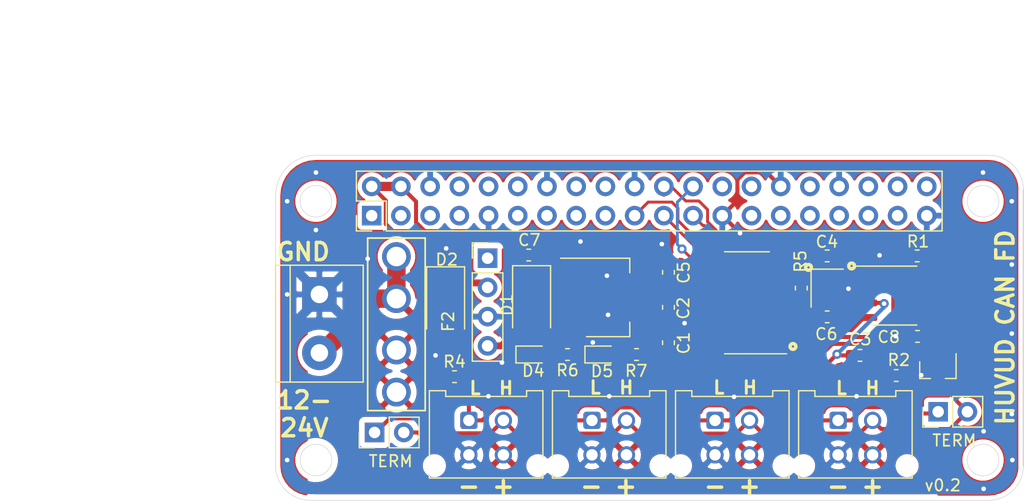
<source format=kicad_pcb>
(kicad_pcb (version 20171130) (host pcbnew "(5.1.5)-3")
  (layers (0 F.Cu signal) (31 B.Cu signal) (34 B.Paste user) (35 F.Paste user) (36 B.SilkS user) (37 F.SilkS user) (38 B.Mask user) (39 F.Mask user) (44 Edge.Cuts user))
  (net 0 "")
  (net 1 GND)
  (net 2 +3V3)
  (net 3 GPIO25)
  (net 4 CANL)
  (net 5 CANH)
  (net 6 MOSI)
  (net 7 MISO)
  (net 8 SCK)
  (net 9 VDC)
  (net 10 5VPI)
  (net 11 "Net-(D1-Pad2)")
  (net 12 nCS)
  (net 13 "Net-(R1-Pad2)")
  (net 14 "Net-(D4-Pad2)")
  (net 15 "Net-(D5-Pad2)")
  (net 16 VOUT)
  (net 17 "Net-(J7-Pad1)")
  (net 18 "Net-(J8-Pad1)")
  (net 19 /TX)
  (net 20 /RX)
  (net 21 "Net-(D2-Pad2)")
  (net 22 "Net-(C6-Pad2)")
  (net 23 "Net-(C4-Pad2)")
  (module Package_SO:SOIC-8_3.9x4.9mm_P1.27mm (layer F.Cu) (at 153.8 112.2)
    (fp_text reference U4 hide)
    (fp_text value MCP2562-E-SN)
    (pad 8 smd roundrect (at 2.475 -1.905) (size 1.95 0.6) (layers F.Cu F.Paste F.Mask) (net 13 "Net-(R1-Pad2)"))
    (pad 7 smd roundrect (at 2.475 -0.635) (size 1.95 0.6) (layers F.Cu F.Paste F.Mask) (net 5 CANH))
    (pad 6 smd roundrect (at 2.475 0.635) (size 1.95 0.6) (layers F.Cu F.Paste F.Mask) (net 4 CANL))
    (pad 5 smd roundrect (at 2.475 1.905) (size 1.95 0.6) (layers F.Cu F.Paste F.Mask) (net 2 +3V3))
    (pad 4 smd roundrect (at -2.475 1.905) (size 1.95 0.6) (layers F.Cu F.Paste F.Mask) (net 20 /RX))
    (pad 3 smd roundrect (at -2.475 0.635) (size 1.95 0.6) (layers F.Cu F.Paste F.Mask) (net 10 5VPI))
    (pad 2 smd roundrect (at -2.475 -0.635) (size 1.95 0.6) (layers F.Cu F.Paste F.Mask) (net 1 GND))
    (pad 1 smd roundrect (at -2.475 -1.905) (size 1.95 0.6) (layers F.Cu F.Paste F.Mask) (net 19 /TX))
  )
  (module Package_SO:SOIC-14_3.9x8.7mm_P1.27mm (layer F.Cu) (at 140.975 112.825 180)
    (fp_text reference U1 hide)
    (fp_text value MCP2517FD-xSL)
    (pad 14 smd roundrect (at 2.475 -3.81 180) (size 1.95 0.6) (layers F.Cu F.Paste F.Mask) (net 2 +3V3))
    (pad 13 smd roundrect (at 2.475 -2.54 180) (size 1.95 0.6) (layers F.Cu F.Paste F.Mask) (net 12 nCS))
    (pad 12 smd roundrect (at 2.475 -1.27 180) (size 1.95 0.6) (layers F.Cu F.Paste F.Mask) (net 7 MISO))
    (pad 11 smd roundrect (at 2.475 0 180) (size 1.95 0.6) (layers F.Cu F.Paste F.Mask) (net 6 MOSI))
    (pad 10 smd roundrect (at 2.475 1.27 180) (size 1.95 0.6) (layers F.Cu F.Paste F.Mask) (net 8 SCK))
    (pad 9 smd roundrect (at 2.475 2.54 180) (size 1.95 0.6) (layers F.Cu F.Paste F.Mask))
    (pad 8 smd roundrect (at 2.475 3.81 180) (size 1.95 0.6) (layers F.Cu F.Paste F.Mask))
    (pad 7 smd roundrect (at -2.475 3.81 180) (size 1.95 0.6) (layers F.Cu F.Paste F.Mask) (net 1 GND))
    (pad 6 smd roundrect (at -2.475 2.54 180) (size 1.95 0.6) (layers F.Cu F.Paste F.Mask) (net 23 "Net-(C4-Pad2)"))
    (pad 5 smd roundrect (at -2.475 1.27 180) (size 1.95 0.6) (layers F.Cu F.Paste F.Mask) (net 22 "Net-(C6-Pad2)"))
    (pad 4 smd roundrect (at -2.475 0 180) (size 1.95 0.6) (layers F.Cu F.Paste F.Mask) (net 3 GPIO25))
    (pad 3 smd roundrect (at -2.475 -1.27 180) (size 1.95 0.6) (layers F.Cu F.Paste F.Mask))
    (pad 2 smd roundrect (at -2.475 -2.54 180) (size 1.95 0.6) (layers F.Cu F.Paste F.Mask) (net 20 /RX))
    (pad 1 smd roundrect (at -2.475 -3.81 180) (size 1.95 0.6) (layers F.Cu F.Paste F.Mask) (net 19 /TX))
  )
  (module Capacitor_SMD:C_0603_1608Metric (layer F.Cu) (at 155.8 115.75)
    (fp_text reference C8 (at -2.5 0.05) (layer F.SilkS))
    (fp_text value 100nF)
    (pad 2 smd roundrect (at 0.7875 0) (size 0.875 0.95) (layers F.Cu F.Paste F.Mask) (net 2 +3V3))
    (pad 1 smd roundrect (at -0.7875 0) (size 0.875 0.95) (layers F.Cu F.Paste F.Mask) (net 1 GND))
  )
  (module Capacitor_SMD:C_0603_1608Metric (layer F.Cu) (at 147.95 108.75 180)
    (fp_text reference C4 (at 0.025 1.225) (layer F.SilkS))
    (fp_text value 15pF)
    (pad 2 smd roundrect (at 0.7875 0 180) (size 0.875 0.95) (layers F.Cu F.Paste F.Mask) (net 23 "Net-(C4-Pad2)"))
    (pad 1 smd roundrect (at -0.7875 0 180) (size 0.875 0.95) (layers F.Cu F.Paste F.Mask) (net 1 GND))
  )
  (module Resistor_SMD:R_0603_1608Metric (layer F.Cu) (at 145.7 111.55 270)
    (fp_text reference R5 (at -2.325 0.075 90) (layer F.SilkS))
    (fp_text value 1M)
    (pad 2 smd roundrect (at 0.7875 0 270) (size 0.875 0.95) (layers F.Cu F.Paste F.Mask) (net 22 "Net-(C6-Pad2)"))
    (pad 1 smd roundrect (at -0.7875 0 270) (size 0.875 0.95) (layers F.Cu F.Paste F.Mask) (net 23 "Net-(C4-Pad2)"))
  )
  (module Crystal:Crystal_SMD_2520-4Pin_2.5x2.0mm (layer F.Cu) (at 147.95 111.55 270)
    (fp_text reference Y1 hide)
    (fp_text value Crystal_GND24)
    (pad 4 smd rect (at -0.875 -0.7 270) (size 1.15 1) (layers F.Cu F.Paste F.Mask) (net 23 "Net-(C4-Pad2)"))
    (pad 3 smd rect (at 0.875 -0.7 270) (size 1.15 1) (layers F.Cu F.Paste F.Mask) (net 1 GND))
    (pad 2 smd rect (at 0.875 0.7 270) (size 1.15 1) (layers F.Cu F.Paste F.Mask) (net 22 "Net-(C6-Pad2)"))
    (pad 1 smd rect (at -0.875 0.7 270) (size 1.15 1) (layers F.Cu F.Paste F.Mask) (net 1 GND))
  )
  (module Resistor_SMD:R_0603_1608Metric (layer F.Cu) (at 155.775 108.75)
    (fp_text reference R1 (at 0.075 -1.25) (layer F.SilkS))
    (fp_text value 470R)
    (pad 2 smd roundrect (at 0.7875 0) (size 0.875 0.95) (layers F.Cu F.Paste F.Mask) (net 13 "Net-(R1-Pad2)"))
    (pad 1 smd roundrect (at -0.7875 0) (size 0.875 0.95) (layers F.Cu F.Paste F.Mask) (net 1 GND))
  )
  (module Capacitor_SMD:C_0603_1608Metric (layer F.Cu) (at 147.95 114.05 180)
    (fp_text reference C6 (at 0.075 -1.5) (layer F.SilkS))
    (fp_text value 15pF)
    (pad 2 smd roundrect (at 0.7875 0 180) (size 0.875 0.95) (layers F.Cu F.Paste F.Mask) (net 22 "Net-(C6-Pad2)"))
    (pad 1 smd roundrect (at -0.7875 0 180) (size 0.875 0.95) (layers F.Cu F.Paste F.Mask) (net 1 GND))
  )
  (module CanHatFd:3544-2_FuseHolder (layer F.Cu) (at 110.5 114.7 270)
    (fp_text reference F2 (at -0.25 -4.5 90) (layer F.SilkS))
    (fp_text value Fuse)
    (pad 2 thru_hole circle (at 5.895 0 270) (size 2.5 2.5) (drill 1.7) (layers *.Cu *.Mask) (net 16 VOUT))
    (pad 2 thru_hole circle (at 2.235 0 270) (size 2.5 2.5) (drill 1.7) (layers *.Cu *.Mask) (net 16 VOUT))
    (pad 1 thru_hole circle (at -2.235 0 270) (size 2.5 2.5) (drill 1.7) (layers *.Cu *.Mask) (net 21 "Net-(D2-Pad2)"))
    (pad 1 thru_hole circle (at -5.895 0 270) (size 2.5 2.5) (drill 1.7) (layers *.Cu *.Mask) (net 21 "Net-(D2-Pad2)"))
  )
  (module Connector_PinHeader_2.54mm:PinHeader_1x02_P2.54mm_Vertical (layer F.Cu) (at 108.6 124.1 90)
    (fp_text reference J7 hide)
    (fp_text value Conn_01x02)
    (pad 2 thru_hole oval (at 0 2.54 90) (size 1.7 1.7) (drill 1) (layers *.Cu *.Mask) (net 5 CANH))
    (pad 1 thru_hole rect (at 0 0 90) (size 1.7 1.7) (drill 1) (layers *.Cu *.Mask) (net 17 "Net-(J7-Pad1)"))
  )
  (module Resistor_SMD:R_0603_1608Metric (layer F.Cu) (at 153.95 119.15)
    (fp_text reference R2 (at 0.225 -1.35) (layer F.SilkS))
    (fp_text value 120R)
    (pad 2 smd roundrect (at 0.7875 0) (size 0.875 0.95) (layers F.Cu F.Paste F.Mask) (net 18 "Net-(J8-Pad1)"))
    (pad 1 smd roundrect (at -0.7875 0) (size 0.875 0.95) (layers F.Cu F.Paste F.Mask) (net 4 CANL))
  )
  (module Connector_PinHeader_2.54mm:PinHeader_1x02_P2.54mm_Vertical (layer F.Cu) (at 157.6 122.3 90)
    (fp_text reference J8 hide)
    (fp_text value Conn_01x02 hide)
    (pad 2 thru_hole oval (at 0 2.54 90) (size 1.7 1.7) (drill 1) (layers *.Cu *.Mask) (net 5 CANH))
    (pad 1 thru_hole rect (at 0 0 90) (size 1.7 1.7) (drill 1) (layers *.Cu *.Mask) (net 18 "Net-(J8-Pad1)"))
  )
  (module Connector_Molex:Molex_Micro-Fit_3.0_43045-0412_2x02_P3.00mm_Vertical (layer F.Cu) (at 116.8 123.05)
    (fp_text reference J6 hide)
    (fp_text value Conn_02x02_Top_Bottom)
    (pad 4 thru_hole circle (at 3 3) (size 1.5 1.5) (drill 1) (layers *.Cu *.Mask) (net 16 VOUT))
    (pad 3 thru_hole circle (at 0 3) (size 1.5 1.5) (drill 1) (layers *.Cu *.Mask) (net 1 GND))
    (pad 2 thru_hole circle (at 3 0) (size 1.5 1.5) (drill 1) (layers *.Cu *.Mask) (net 5 CANH))
    (pad 1 thru_hole roundrect (at 0 0) (size 1.5 1.5) (drill 1) (layers *.Cu *.Mask) (roundrect_rratio 0.166667) (net 4 CANL))
    (pad "" np_thru_hole circle (at 6 3.94) (size 1 1) (drill 1) (layers *.Cu *.Mask))
    (pad "" np_thru_hole circle (at -3 3.94) (size 1 1) (drill 1) (layers *.Cu *.Mask))
  )
  (module Connector_Molex:Molex_Micro-Fit_3.0_43045-0412_2x02_P3.00mm_Vertical (layer F.Cu) (at 138.2 123.05)
    (fp_text reference J4 hide)
    (fp_text value Conn_02x02_Top_Bottom)
    (pad 4 thru_hole circle (at 3 3) (size 1.5 1.5) (drill 1) (layers *.Cu *.Mask) (net 16 VOUT))
    (pad 3 thru_hole circle (at 0 3) (size 1.5 1.5) (drill 1) (layers *.Cu *.Mask) (net 1 GND))
    (pad 2 thru_hole circle (at 3 0) (size 1.5 1.5) (drill 1) (layers *.Cu *.Mask) (net 5 CANH))
    (pad 1 thru_hole roundrect (at 0 0) (size 1.5 1.5) (drill 1) (layers *.Cu *.Mask) (roundrect_rratio 0.166667) (net 4 CANL))
    (pad "" np_thru_hole circle (at 6 3.94) (size 1 1) (drill 1) (layers *.Cu *.Mask))
    (pad "" np_thru_hole circle (at -3 3.94) (size 1 1) (drill 1) (layers *.Cu *.Mask))
  )
  (module Connector_Molex:Molex_Micro-Fit_3.0_43045-0412_2x02_P3.00mm_Vertical (layer F.Cu) (at 148.9 123.05)
    (fp_text reference J3 hide)
    (fp_text value Conn_02x02_Top_Bottom)
    (pad 4 thru_hole circle (at 3 3) (size 1.5 1.5) (drill 1) (layers *.Cu *.Mask) (net 16 VOUT))
    (pad 3 thru_hole circle (at 0 3) (size 1.5 1.5) (drill 1) (layers *.Cu *.Mask) (net 1 GND))
    (pad 2 thru_hole circle (at 3 0) (size 1.5 1.5) (drill 1) (layers *.Cu *.Mask) (net 5 CANH))
    (pad 1 thru_hole roundrect (at 0 0) (size 1.5 1.5) (drill 1) (layers *.Cu *.Mask) (roundrect_rratio 0.166667) (net 4 CANL))
    (pad "" np_thru_hole circle (at 6 3.94) (size 1 1) (drill 1) (layers *.Cu *.Mask))
    (pad "" np_thru_hole circle (at -3 3.94) (size 1 1) (drill 1) (layers *.Cu *.Mask))
  )
  (module Connector_Molex:Molex_Micro-Fit_3.0_43045-0412_2x02_P3.00mm_Vertical (layer F.Cu) (at 127.5 123.05)
    (fp_text reference J5 hide)
    (fp_text value Conn_02x02_Top_Bottom)
    (pad 4 thru_hole circle (at 3 3) (size 1.5 1.5) (drill 1) (layers *.Cu *.Mask) (net 16 VOUT))
    (pad 3 thru_hole circle (at 0 3) (size 1.5 1.5) (drill 1) (layers *.Cu *.Mask) (net 1 GND))
    (pad 2 thru_hole circle (at 3 0) (size 1.5 1.5) (drill 1) (layers *.Cu *.Mask) (net 5 CANH))
    (pad 1 thru_hole roundrect (at 0 0) (size 1.5 1.5) (drill 1) (layers *.Cu *.Mask) (roundrect_rratio 0.166667) (net 4 CANL))
    (pad "" np_thru_hole circle (at 6 3.94) (size 1 1) (drill 1) (layers *.Cu *.Mask))
    (pad "" np_thru_hole circle (at -3 3.94) (size 1 1) (drill 1) (layers *.Cu *.Mask))
  )
  (module CanHatFd:DCDRegulator (layer F.Cu) (at 118.425 108.95)
    (fp_text reference J15 hide)
    (fp_text value Conn_01x04 hide)
    (pad 1 thru_hole rect (at 0 0) (size 1.7 1.7) (drill 1) (layers *.Cu *.Mask))
    (pad 2 thru_hole oval (at 0 2.54) (size 1.7 1.7) (drill 1) (layers *.Cu *.Mask) (net 9 VDC))
    (pad 3 thru_hole oval (at 0 5.08) (size 1.7 1.7) (drill 1) (layers *.Cu *.Mask) (net 1 GND))
    (pad 4 thru_hole oval (at 0 7.62) (size 1.7 1.7) (drill 1) (layers *.Cu *.Mask) (net 11 "Net-(D1-Pad2)"))
  )
  (module Capacitor_SMD:C_0603_1608Metric (layer F.Cu) (at 122 108.675)
    (fp_text reference C7 (at 0.05 -1.3) (layer F.SilkS))
    (fp_text value 4.7uF)
    (pad 2 smd roundrect (at 0.7875 0) (size 0.875 0.95) (layers F.Cu F.Paste F.Mask) (net 1 GND))
    (pad 1 smd roundrect (at -0.7875 0) (size 0.875 0.95) (layers F.Cu F.Paste F.Mask) (net 10 5VPI))
  )
  (module Resistor_SMD:R_0603_1608Metric (layer F.Cu) (at 131.375 117.325)
    (fp_text reference R7 (at -0.025 1.425) (layer F.SilkS))
    (fp_text value 1k)
    (pad 2 smd roundrect (at 0.7875 0) (size 0.875 0.95) (layers F.Cu F.Paste F.Mask) (net 2 +3V3))
    (pad 1 smd roundrect (at -0.7875 0) (size 0.875 0.95) (layers F.Cu F.Paste F.Mask) (net 15 "Net-(D5-Pad2)"))
  )
  (module Resistor_SMD:R_0603_1608Metric (layer F.Cu) (at 125.375 117.325)
    (fp_text reference R6 (at 0 1.375) (layer F.SilkS))
    (fp_text value 2.2k)
    (pad 2 smd roundrect (at 0.7875 0) (size 0.875 0.95) (layers F.Cu F.Paste F.Mask) (net 10 5VPI))
    (pad 1 smd roundrect (at -0.7875 0) (size 0.875 0.95) (layers F.Cu F.Paste F.Mask) (net 14 "Net-(D4-Pad2)"))
  )
  (module LED_SMD:LED_0603_1608Metric (layer F.Cu) (at 128.375 117.325)
    (fp_text reference D5 (at 0 1.45) (layer F.SilkS))
    (fp_text value LED)
    (pad 2 smd roundrect (at 0.7875 0) (size 0.875 0.95) (layers F.Cu F.Paste F.Mask) (net 15 "Net-(D5-Pad2)"))
    (pad 1 smd roundrect (at -0.7875 0) (size 0.875 0.95) (layers F.Cu F.Paste F.Mask) (net 1 GND))
  )
  (module LED_SMD:LED_0603_1608Metric (layer F.Cu) (at 122.375 117.325)
    (fp_text reference D4 (at 0.025 1.425 180) (layer F.SilkS))
    (fp_text value LED)
    (pad 2 smd roundrect (at 0.7875 0) (size 0.875 0.95) (layers F.Cu F.Paste F.Mask) (net 14 "Net-(D4-Pad2)"))
    (pad 1 smd roundrect (at -0.7875 0) (size 0.875 0.95) (layers F.Cu F.Paste F.Mask) (net 1 GND))
  )
  (module Capacitor_SMD:C_0603_1608Metric (layer F.Cu) (at 134.15 110.179 90)
    (fp_text reference C5 (at -0.021 1.325 270) (layer F.SilkS))
    (fp_text value 4.7uF)
    (pad 2 smd roundrect (at 0.7875 0 90) (size 0.875 0.95) (layers F.Cu F.Paste F.Mask) (net 1 GND))
    (pad 1 smd roundrect (at -0.7875 0 90) (size 0.875 0.95) (layers F.Cu F.Paste F.Mask) (net 2 +3V3))
  )
  (module Package_TO_SOT_SMD:SOT-223-3_TabPin2 (layer F.Cu) (at 128.876 112.362)
    (fp_text reference U2 hide)
    (fp_text value AP1117-33)
    (pad 1 smd rect (at -3.15 -2.3) (size 2 1.5) (layers F.Cu F.Paste F.Mask) (net 1 GND))
    (pad 3 smd rect (at -3.15 2.3) (size 2 1.5) (layers F.Cu F.Paste F.Mask) (net 10 5VPI))
    (pad 2 smd rect (at -3.15 0) (size 2 1.5) (layers F.Cu F.Paste F.Mask) (net 2 +3V3))
    (pad 2 smd rect (at 3.15 0) (size 2 3.8) (layers F.Cu F.Paste F.Mask) (net 2 +3V3))
  )
  (module Package_TO_SOT_SMD:SOT-23 (layer F.Cu) (at 157.575 118.65 270)
    (fp_text reference D3 hide)
    (fp_text value SM24CANB)
    (pad 3 smd rect (at 1 0 270) (size 0.9 0.8) (layers F.Cu F.Paste F.Mask) (net 1 GND))
    (pad 2 smd rect (at -1 0.95 270) (size 0.9 0.8) (layers F.Cu F.Paste F.Mask) (net 4 CANL))
    (pad 1 smd rect (at -1 -0.95 270) (size 0.9 0.8) (layers F.Cu F.Paste F.Mask) (net 5 CANH))
  )
  (module Diode_SMD:D_SMA (layer F.Cu) (at 114.775 113.1 270)
    (fp_text reference D2 (at -4.025 -0.1) (layer F.SilkS))
    (fp_text value SS34)
    (pad 2 smd rect (at 2 0 270) (size 2.5 1.8) (layers F.Cu F.Paste F.Mask) (net 21 "Net-(D2-Pad2)"))
    (pad 1 smd rect (at -2 0 270) (size 2.5 1.8) (layers F.Cu F.Paste F.Mask) (net 9 VDC))
  )
  (module Diode_SMD:D_SMA (layer F.Cu) (at 122.25 113 270)
    (fp_text reference D1 (at 0 2.15 270) (layer F.SilkS))
    (fp_text value SS34)
    (pad 2 smd rect (at 2 0 270) (size 2.5 1.8) (layers F.Cu F.Paste F.Mask) (net 11 "Net-(D1-Pad2)"))
    (pad 1 smd rect (at -2 0 270) (size 2.5 1.8) (layers F.Cu F.Paste F.Mask) (net 10 5VPI))
  )
  (module Capacitor_SMD:C_0603_1608Metric (layer F.Cu) (at 150.8 117.4)
    (fp_text reference C3 (at 0.025 -1.4) (layer F.SilkS))
    (fp_text value 100nF)
    (pad 2 smd roundrect (at 0.7875 0) (size 0.875 0.95) (layers F.Cu F.Paste F.Mask) (net 1 GND))
    (pad 1 smd roundrect (at -0.7875 0) (size 0.875 0.95) (layers F.Cu F.Paste F.Mask) (net 10 5VPI))
  )
  (module Capacitor_SMD:C_0603_1608Metric (layer F.Cu) (at 134.15 113.225 270)
    (fp_text reference C2 (at 0.075 -1.3 270) (layer F.SilkS))
    (fp_text value 100nF)
    (pad 2 smd roundrect (at 0.7875 0 270) (size 0.875 0.95) (layers F.Cu F.Paste F.Mask) (net 1 GND))
    (pad 1 smd roundrect (at -0.7875 0 270) (size 0.875 0.95) (layers F.Cu F.Paste F.Mask) (net 2 +3V3))
  )
  (module Capacitor_SMD:C_0603_1608Metric (layer F.Cu) (at 134.15 116.3 270)
    (fp_text reference C1 (at 0.025 -1.325 90) (layer F.SilkS))
    (fp_text value 100nF)
    (pad 2 smd roundrect (at 0.7875 0 270) (size 0.875 0.95) (layers F.Cu F.Paste F.Mask) (net 2 +3V3))
    (pad 1 smd roundrect (at -0.7875 0 270) (size 0.875 0.95) (layers F.Cu F.Paste F.Mask) (net 1 GND))
  )
  (module Connector_PinHeader_2.54mm:PinHeader_2x20_P2.54mm_Vertical (layer F.Cu) (at 108.35 105.25 90)
    (fp_text reference J1 hide)
    (fp_text value Raspberry_Pi_2_3 hide)
    (pad 1 thru_hole rect (at 0 0 90) (size 1.7 1.7) (drill 1) (layers *.Cu *.Mask))
    (pad 2 thru_hole oval (at 2.54 0 90) (size 1.7 1.7) (drill 1) (layers *.Cu *.Mask) (net 10 5VPI))
    (pad 3 thru_hole oval (at 0 2.54 90) (size 1.7 1.7) (drill 1) (layers *.Cu *.Mask))
    (pad 4 thru_hole oval (at 2.54 2.54 90) (size 1.7 1.7) (drill 1) (layers *.Cu *.Mask) (net 10 5VPI))
    (pad 5 thru_hole oval (at 0 5.08 90) (size 1.7 1.7) (drill 1) (layers *.Cu *.Mask))
    (pad 6 thru_hole oval (at 2.54 5.08 90) (size 1.7 1.7) (drill 1) (layers *.Cu *.Mask) (net 1 GND))
    (pad 7 thru_hole oval (at 0 7.62 90) (size 1.7 1.7) (drill 1) (layers *.Cu *.Mask))
    (pad 8 thru_hole oval (at 2.54 7.62 90) (size 1.7 1.7) (drill 1) (layers *.Cu *.Mask))
    (pad 9 thru_hole oval (at 0 10.16 90) (size 1.7 1.7) (drill 1) (layers *.Cu *.Mask) (net 1 GND))
    (pad 10 thru_hole oval (at 2.54 10.16 90) (size 1.7 1.7) (drill 1) (layers *.Cu *.Mask))
    (pad 11 thru_hole oval (at 0 12.7 90) (size 1.7 1.7) (drill 1) (layers *.Cu *.Mask))
    (pad 12 thru_hole oval (at 2.54 12.7 90) (size 1.7 1.7) (drill 1) (layers *.Cu *.Mask))
    (pad 13 thru_hole oval (at 0 15.24 90) (size 1.7 1.7) (drill 1) (layers *.Cu *.Mask))
    (pad 14 thru_hole oval (at 2.54 15.24 90) (size 1.7 1.7) (drill 1) (layers *.Cu *.Mask) (net 1 GND))
    (pad 15 thru_hole oval (at 0 17.78 90) (size 1.7 1.7) (drill 1) (layers *.Cu *.Mask))
    (pad 16 thru_hole oval (at 2.54 17.78 90) (size 1.7 1.7) (drill 1) (layers *.Cu *.Mask))
    (pad 17 thru_hole oval (at 0 20.32 90) (size 1.7 1.7) (drill 1) (layers *.Cu *.Mask))
    (pad 18 thru_hole oval (at 2.54 20.32 90) (size 1.7 1.7) (drill 1) (layers *.Cu *.Mask))
    (pad 19 thru_hole oval (at 0 22.86 90) (size 1.7 1.7) (drill 1) (layers *.Cu *.Mask) (net 6 MOSI))
    (pad 20 thru_hole oval (at 2.54 22.86 90) (size 1.7 1.7) (drill 1) (layers *.Cu *.Mask) (net 1 GND))
    (pad 21 thru_hole oval (at 0 25.4 90) (size 1.7 1.7) (drill 1) (layers *.Cu *.Mask) (net 7 MISO))
    (pad 22 thru_hole oval (at 2.54 25.4 90) (size 1.7 1.7) (drill 1) (layers *.Cu *.Mask) (net 3 GPIO25))
    (pad 23 thru_hole oval (at 0 27.94 90) (size 1.7 1.7) (drill 1) (layers *.Cu *.Mask) (net 8 SCK))
    (pad 24 thru_hole oval (at 2.54 27.94 90) (size 1.7 1.7) (drill 1) (layers *.Cu *.Mask) (net 12 nCS))
    (pad 25 thru_hole oval (at 0 30.48 90) (size 1.7 1.7) (drill 1) (layers *.Cu *.Mask) (net 1 GND))
    (pad 26 thru_hole oval (at 2.54 30.48 90) (size 1.7 1.7) (drill 1) (layers *.Cu *.Mask))
    (pad 27 thru_hole oval (at 0 33.02 90) (size 1.7 1.7) (drill 1) (layers *.Cu *.Mask))
    (pad 28 thru_hole oval (at 2.54 33.02 90) (size 1.7 1.7) (drill 1) (layers *.Cu *.Mask))
    (pad 29 thru_hole oval (at 0 35.56 90) (size 1.7 1.7) (drill 1) (layers *.Cu *.Mask))
    (pad 30 thru_hole oval (at 2.54 35.56 90) (size 1.7 1.7) (drill 1) (layers *.Cu *.Mask) (net 1 GND))
    (pad 31 thru_hole oval (at 0 38.1 90) (size 1.7 1.7) (drill 1) (layers *.Cu *.Mask))
    (pad 32 thru_hole oval (at 2.54 38.1 90) (size 1.7 1.7) (drill 1) (layers *.Cu *.Mask))
    (pad 33 thru_hole oval (at 0 40.64 90) (size 1.7 1.7) (drill 1) (layers *.Cu *.Mask))
    (pad 34 thru_hole oval (at 2.54 40.64 90) (size 1.7 1.7) (drill 1) (layers *.Cu *.Mask) (net 1 GND))
    (pad 35 thru_hole oval (at 0 43.18 90) (size 1.7 1.7) (drill 1) (layers *.Cu *.Mask))
    (pad 36 thru_hole oval (at 2.54 43.18 90) (size 1.7 1.7) (drill 1) (layers *.Cu *.Mask))
    (pad 37 thru_hole oval (at 0 45.72 90) (size 1.7 1.7) (drill 1) (layers *.Cu *.Mask))
    (pad 38 thru_hole oval (at 2.54 45.72 90) (size 1.7 1.7) (drill 1) (layers *.Cu *.Mask))
    (pad 39 thru_hole oval (at 0 48.26 90) (size 1.7 1.7) (drill 1) (layers *.Cu *.Mask) (net 1 GND))
    (pad 40 thru_hole oval (at 2.54 48.26 90) (size 1.7 1.7) (drill 1) (layers *.Cu *.Mask))
  )
  (module Resistor_SMD:R_0603_1608Metric (layer F.Cu) (at 115.55 119.25 180)
    (fp_text reference R4 (at 0 1.3) (layer F.SilkS))
    (fp_text value 120R)
    (pad 2 smd roundrect (at 0.7875 0 180) (size 0.875 0.95) (layers F.Cu F.Paste F.Mask) (net 17 "Net-(J7-Pad1)"))
    (pad 1 smd roundrect (at -0.7875 0 180) (size 0.875 0.95) (layers F.Cu F.Paste F.Mask) (net 4 CANL))
  )
  (module TerminalBlock:TerminalBlock_bornier-2_P5.08mm (layer F.Cu) (at 103.8 112.1 270)
    (fp_text reference J2 hide)
    (fp_text value Conn_01x02)
    (pad 1 thru_hole rect (at 0 0 270) (size 3 3) (drill 1.52) (layers *.Cu *.Mask) (net 1 GND))
    (pad 2 thru_hole circle (at 5.08 0 270) (size 3 3) (drill 1.52) (layers *.Cu *.Mask) (net 21 "Net-(D2-Pad2)"))
  )
  (gr_circle (center 146.325 109.75) (end 146.425 109.75) (layer F.SilkS) (width 0.3))
  (gr_line (start 160 130) (end 162 130) (layer Edge.Cuts) (width 0.05))
  (gr_line (start 103 130) (end 105 130) (layer Edge.Cuts) (width 0.05))
  (gr_line (start 105 130) (end 160 130) (layer Edge.Cuts) (width 0.05))
  (gr_text "L  H" (at 150.6 120.25) (layer F.SilkS) (effects (font (size 1.1 1.1) (thickness 0.25))))
  (gr_text "L  H" (at 139.95 120.2) (layer F.SilkS) (effects (font (size 1.1 1.1) (thickness 0.25))))
  (gr_text "L  H" (at 129.2 120.2) (layer F.SilkS) (effects (font (size 1.1 1.1) (thickness 0.25))))
  (gr_text "L  H" (at 118.75 120.25) (layer F.SilkS) (effects (font (size 1.1 1.1) (thickness 0.25))))
  (gr_text "- +" (at 118.3 128.75) (layer F.SilkS) (effects (font (size 1.5 1.5) (thickness 0.3))))
  (gr_text "- +" (at 128.95 128.75) (layer F.SilkS) (effects (font (size 1.5 1.5) (thickness 0.3))))
  (gr_text "- +" (at 139.7 128.75) (layer F.SilkS) (effects (font (size 1.5 1.5) (thickness 0.3))))
  (gr_text "- +" (at 150.4 128.75) (layer F.SilkS) (effects (font (size 1.5 1.5) (thickness 0.3))))
  (gr_text "v0.2\n" (at 158 128.7) (layer F.SilkS) (effects (font (size 1 1))))
  (gr_text TERM (at 110 126.6) (layer F.SilkS) (effects (font (size 1 1))))
  (gr_text TERM (at 159 124.8) (layer F.SilkS) (effects (font (size 1 1))))
  (gr_text "HUVUD CAN FD" (at 163.425 123.625 90) (layer F.SilkS) (effects (font (size 1.5 1.5) (thickness 0.3)) (justify left)))
  (gr_circle (center 150.075 109.625) (end 150.175 109.625) (layer F.SilkS) (width 0.3))
  (gr_circle (center 144.975 116.625) (end 145.075 116.625) (layer F.SilkS) (width 0.3))
  (gr_line (start 100 103.5) (end 100 127) (layer Edge.Cuts) (width 0.05))
  (gr_text "12-\n24V" (at 102.5 122.5) (layer F.SilkS) (effects (font (size 1.5 1.5) (thickness 0.3))))
  (gr_text GND (at 102.4 108.4) (layer F.SilkS) (effects (font (size 1.5 1.5) (thickness 0.3))))
  (gr_line (start 103.5 100) (end 161.95 100) (layer Edge.Cuts) (width 0.05))
  (gr_line (start 161.95 100) (end 162 100) (layer Edge.Cuts) (width 0.05))
  (gr_circle (center 161.5 126.5) (end 162.875 126.5) (layer Edge.Cuts) (width 0.05))
  (gr_circle (center 161.5 104) (end 162.875 104) (layer Edge.Cuts) (width 0.05))
  (gr_circle (center 103.5 104) (end 104.875 104) (layer Edge.Cuts) (width 0.05))
  (gr_circle (center 103.5 126.5) (end 104.875 126.5) (layer Edge.Cuts) (width 0.05))
  (gr_arc (start 103 127) (end 100 127) (angle -90) (layer Edge.Cuts) (width 0.05))
  (gr_arc (start 162 103) (end 165 103) (angle -90) (layer Edge.Cuts) (width 0.05))
  (gr_arc (start 162 127) (end 162 130) (angle -90) (layer Edge.Cuts) (width 0.05))
  (gr_arc (start 103.5 103.5) (end 103.5 100) (angle -90) (layer Edge.Cuts) (width 0.05))
  (gr_line (start 165 103) (end 165 127) (layer Edge.Cuts) (width 0.1))
  (via (at 161.55 129) (size 0.8) (drill 0.4) (layers F.Cu B.Cu) (net 1))
  (via (at 161.55 124) (size 0.8) (drill 0.4) (layers F.Cu B.Cu) (net 1))
  (via (at 164.05 126.5) (size 0.8) (drill 0.4) (layers F.Cu B.Cu) (net 1))
  (via (at 101 126.5) (size 0.8) (drill 0.4) (layers F.Cu B.Cu) (net 1))
  (via (at 103.5 106.5) (size 0.8) (drill 0.4) (layers F.Cu B.Cu) (net 1))
  (via (at 103.5 101.5) (size 0.8) (drill 0.4) (layers F.Cu B.Cu) (net 1))
  (via (at 164 122.5) (size 0.8) (drill 0.4) (layers F.Cu B.Cu) (net 1))
  (via (at 164 115.5) (size 0.8) (drill 0.4) (layers F.Cu B.Cu) (net 1))
  (via (at 164 109.5) (size 0.8) (drill 0.4) (layers F.Cu B.Cu) (net 1))
  (via (at 114.825 108.1) (size 0.8) (drill 0.4) (layers F.Cu B.Cu) (net 1))
  (via (at 126.5 107.5) (size 0.8) (drill 0.4) (layers F.Cu B.Cu) (net 1))
  (via (at 101 104) (size 0.8) (drill 0.4) (layers F.Cu B.Cu) (net 1))
  (via (at 128.8 110.475) (size 0.8) (drill 0.4) (layers F.Cu B.Cu) (net 1))
  (via (at 108 109) (size 0.8) (drill 0.4) (layers F.Cu B.Cu) (net 1))
  (via (at 128.9 113.875) (size 0.8) (drill 0.4) (layers F.Cu B.Cu) (net 1))
  (via (at 101 112.1) (size 0.8) (drill 0.4) (layers F.Cu B.Cu) (net 1))
  (via (at 133.575 107.725) (size 0.8) (drill 0.4) (layers F.Cu B.Cu) (net 1))
  (via (at 129 120.95) (size 0.8) (drill 0.4) (layers F.Cu B.Cu) (net 1))
  (via (at 139.85 121) (size 0.8) (drill 0.4) (layers F.Cu B.Cu) (net 1))
  (via (at 150.5 120.95) (size 0.8) (drill 0.4) (layers F.Cu B.Cu) (net 1))
  (via (at 118.5 120.95) (size 0.8) (drill 0.4) (layers F.Cu B.Cu) (net 1))
  (via (at 113.9 117.4) (size 0.8) (drill 0.4) (layers F.Cu B.Cu) (net 1))
  (via (at 164 104) (size 0.8) (drill 0.4) (layers F.Cu B.Cu) (net 1))
  (via (at 161.5 101.5) (size 0.8) (drill 0.4) (layers F.Cu B.Cu) (net 1))
  (segment (start 104 112.2) (end 106.2 114.4) (width 0.8) (layer B.Cu) (net 1))
  (segment (start 104 112.2) (end 101.8 110) (width 0.8) (layer B.Cu) (net 1))
  (segment (start 104 112.2) (end 103.9 112.2) (width 0.8) (layer B.Cu) (net 1))
  (segment (start 104 112.2) (end 101.9 114.3) (width 0.8) (layer B.Cu) (net 1))
  (segment (start 104 112.2) (end 106.2 110) (width 0.8) (layer B.Cu) (net 1))
  (segment (start 143.060001 101.860001) (end 143.91 102.71) (width 0.35) (layer F.Cu) (net 1))
  (segment (start 142.684999 101.484999) (end 143.060001 101.860001) (width 0.35) (layer F.Cu) (net 1))
  (segment (start 140.144999 102.121999) (end 140.781999 101.484999) (width 0.35) (layer F.Cu) (net 1))
  (segment (start 140.144999 103.935001) (end 140.144999 102.121999) (width 0.35) (layer F.Cu) (net 1))
  (segment (start 140.781999 101.484999) (end 142.684999 101.484999) (width 0.35) (layer F.Cu) (net 1))
  (segment (start 138.83 105.25) (end 140.144999 103.935001) (width 0.35) (layer F.Cu) (net 1))
  (via (at 127.575 116.275) (size 0.8) (drill 0.4) (layers F.Cu B.Cu) (net 1))
  (segment (start 127.5875 117.325) (end 127.5875 116.2875) (width 0.25) (layer F.Cu) (net 1))
  (segment (start 148.7375 112.5125) (end 148.65 112.425) (width 0.35) (layer F.Cu) (net 1))
  (segment (start 148.7375 114.05) (end 148.7375 112.5125) (width 0.35) (layer F.Cu) (net 1))
  (segment (start 148.65 112.425) (end 148.65 112.275) (width 0.25) (layer F.Cu) (net 1))
  (segment (start 147.25 110.875) (end 147.25 110.675) (width 0.25) (layer F.Cu) (net 1))
  (segment (start 148.65 112.275) (end 147.25 110.875) (width 0.25) (layer F.Cu) (net 1))
  (via (at 140.375 106.775) (size 0.8) (drill 0.4) (layers F.Cu B.Cu) (net 1))
  (segment (start 138.83 105.25) (end 138.85 105.25) (width 0.35) (layer F.Cu) (net 1))
  (segment (start 138.85 105.25) (end 140.375 106.775) (width 0.35) (layer F.Cu) (net 1))
  (via (at 135.55 114.6) (size 0.8) (drill 0.4) (layers F.Cu B.Cu) (net 1))
  (via (at 156.125 119.125) (size 0.8) (drill 0.4) (layers F.Cu B.Cu) (net 1))
  (segment (start 156.125 119.25) (end 156.125 119.125) (width 0.35) (layer F.Cu) (net 1))
  (segment (start 156.55 119.675) (end 156.125 119.25) (width 0.35) (layer F.Cu) (net 1))
  (segment (start 156.575 119.65) (end 156.55 119.675) (width 0.35) (layer F.Cu) (net 1))
  (segment (start 157.55 119.365685) (end 157.265685 119.65) (width 0.35) (layer F.Cu) (net 1))
  (segment (start 157.265685 119.65) (end 156.575 119.65) (width 0.35) (layer F.Cu) (net 1))
  (segment (start 134.1 109.3415) (end 134.15 109.3915) (width 0.35) (layer F.Cu) (net 1))
  (segment (start 133.575 107.725) (end 134.1 108.25) (width 0.35) (layer F.Cu) (net 1))
  (segment (start 134.1 108.25) (end 134.1 109.3415) (width 0.35) (layer F.Cu) (net 1))
  (segment (start 134.9625 114.0125) (end 135.55 114.6) (width 0.35) (layer F.Cu) (net 1))
  (segment (start 134.15 114.0125) (end 134.9625 114.0125) (width 0.35) (layer F.Cu) (net 1))
  (segment (start 135.4 114.75) (end 135.55 114.6) (width 0.35) (layer F.Cu) (net 1))
  (segment (start 135.4 115.425) (end 135.4 114.75) (width 0.35) (layer F.Cu) (net 1))
  (segment (start 134.15 115.5125) (end 135.3125 115.5125) (width 0.35) (layer F.Cu) (net 1))
  (segment (start 135.3125 115.5125) (end 135.4 115.425) (width 0.35) (layer F.Cu) (net 1))
  (segment (start 125.325 108.675) (end 126.5 107.5) (width 0.35) (layer F.Cu) (net 1))
  (segment (start 122.7875 108.675) (end 125.325 108.675) (width 0.35) (layer F.Cu) (net 1))
  (via (at 119.675 118.025) (size 0.8) (drill 0.4) (layers F.Cu B.Cu) (net 1))
  (segment (start 120.375 117.325) (end 119.675 118.025) (width 0.35) (layer F.Cu) (net 1))
  (segment (start 121.5875 117.325) (end 120.375 117.325) (width 0.35) (layer F.Cu) (net 1))
  (via (at 153.9 115.725) (size 0.8) (drill 0.4) (layers F.Cu B.Cu) (net 1))
  (segment (start 153.925 115.75) (end 153.9 115.725) (width 0.35) (layer F.Cu) (net 1))
  (segment (start 155.0125 115.75) (end 153.925 115.75) (width 0.35) (layer F.Cu) (net 1))
  (segment (start 151.085 111.6) (end 150.365685 111.6) (width 0.35) (layer F.Cu) (net 1))
  (via (at 149.8 111.6) (size 0.8) (drill 0.4) (layers F.Cu B.Cu) (net 1))
  (segment (start 151.1 111.615) (end 151.085 111.6) (width 0.35) (layer F.Cu) (net 1))
  (segment (start 150.365685 111.6) (end 149.8 111.6) (width 0.35) (layer F.Cu) (net 1))
  (via (at 152.5 108.7) (size 0.8) (drill 0.4) (layers F.Cu B.Cu) (net 1))
  (segment (start 152.55 108.75) (end 152.5 108.7) (width 0.35) (layer F.Cu) (net 1))
  (segment (start 154.9875 108.75) (end 152.55 108.75) (width 0.35) (layer F.Cu) (net 1))
  (segment (start 149.8 111.034315) (end 149.8 111.6) (width 0.35) (layer F.Cu) (net 1))
  (segment (start 149.8 109.9) (end 149.8 111.034315) (width 0.35) (layer F.Cu) (net 1))
  (segment (start 151 108.7) (end 149.8 109.9) (width 0.35) (layer F.Cu) (net 1))
  (segment (start 152.5 108.7) (end 151 108.7) (width 0.35) (layer F.Cu) (net 1))
  (segment (start 149.8 111.6) (end 149.8 113.8) (width 0.35) (layer F.Cu) (net 1))
  (segment (start 149.55 114.05) (end 148.7375 114.05) (width 0.35) (layer F.Cu) (net 1))
  (segment (start 149.8 113.8) (end 149.55 114.05) (width 0.35) (layer F.Cu) (net 1))
  (segment (start 149.8 112.4) (end 149.8 111.6) (width 0.35) (layer F.Cu) (net 1))
  (segment (start 148.65 112.425) (end 149.775 112.425) (width 0.35) (layer F.Cu) (net 1))
  (segment (start 149.775 112.425) (end 149.8 112.4) (width 0.35) (layer F.Cu) (net 1))
  (segment (start 125.726 112.362) (end 132.026 112.362) (width 0.8) (layer F.Cu) (net 2))
  (segment (start 132.2 117.3625) (end 132.1625 117.325) (width 0.35) (layer F.Cu) (net 2))
  (segment (start 132.026 117.1885) (end 132.026 112.362) (width 0.35) (layer F.Cu) (net 2))
  (segment (start 132.1375 117.3) (end 132.026 117.1885) (width 0.35) (layer F.Cu) (net 2))
  (segment (start 133.9125 117.325) (end 134.15 117.0875) (width 0.35) (layer F.Cu) (net 2))
  (segment (start 132.1625 117.325) (end 133.9125 117.325) (width 0.35) (layer F.Cu) (net 2))
  (segment (start 138.0475 117.0875) (end 134.15 117.0875) (width 0.35) (layer F.Cu) (net 2))
  (segment (start 138.5 116.635) (end 138.0475 117.0875) (width 0.35) (layer F.Cu) (net 2))
  (segment (start 133.4215 110.9665) (end 132.026 112.362) (width 0.35) (layer F.Cu) (net 2))
  (segment (start 134.15 110.9665) (end 133.4215 110.9665) (width 0.35) (layer F.Cu) (net 2))
  (segment (start 132.1015 112.4375) (end 132.026 112.362) (width 0.35) (layer F.Cu) (net 2))
  (segment (start 134.15 112.4375) (end 132.1015 112.4375) (width 0.35) (layer F.Cu) (net 2))
  (segment (start 156.5875 115.9575) (end 156.5875 115.75) (width 0.35) (layer F.Cu) (net 2))
  (segment (start 156.245 115.475) (end 156.3125 115.4075) (width 0.35) (layer F.Cu) (net 2))
  (segment (start 156.5875 115.75) (end 156.3 115.75) (width 0.35) (layer F.Cu) (net 2))
  (segment (start 156.05 115.2125) (end 156.5875 115.75) (width 0.35) (layer F.Cu) (net 2))
  (segment (start 156.05 114.155) (end 156.05 115.2125) (width 0.35) (layer F.Cu) (net 2))
  (segment (start 138.8 116.935) (end 138.5 116.635) (width 0.35) (layer F.Cu) (net 2))
  (segment (start 139.17501 117.31001) (end 138.8 116.935) (width 0.35) (layer F.Cu) (net 2))
  (segment (start 147.48999 117.31001) (end 139.17501 117.31001) (width 0.35) (layer F.Cu) (net 2))
  (segment (start 156.5875 116.225) (end 155.9125 116.9) (width 0.35) (layer F.Cu) (net 2))
  (segment (start 156.5875 115.75) (end 156.5875 116.225) (width 0.35) (layer F.Cu) (net 2))
  (segment (start 148.4 116.4) (end 147.48999 117.31001) (width 0.35) (layer F.Cu) (net 2))
  (segment (start 155.9125 116.9) (end 153.8 116.9) (width 0.35) (layer F.Cu) (net 2))
  (segment (start 153.3 116.4) (end 148.4 116.4) (width 0.35) (layer F.Cu) (net 2))
  (segment (start 153.8 116.9) (end 153.3 116.4) (width 0.35) (layer F.Cu) (net 2))
  (segment (start 133.75 102.71) (end 133.75 103.436998) (width 0.35) (layer F.Cu) (net 3))
  (segment (start 142.475 112.825) (end 143.45 112.825) (width 0.25) (layer F.Cu) (net 3))
  (segment (start 141.75 112.1) (end 142.475 112.825) (width 0.25) (layer F.Cu) (net 3))
  (segment (start 141.75 109.975) (end 141.75 112.1) (width 0.25) (layer F.Cu) (net 3))
  (segment (start 137.55 105.775) (end 141.75 109.975) (width 0.25) (layer F.Cu) (net 3))
  (segment (start 134.385 102.71) (end 135.65 103.975) (width 0.25) (layer F.Cu) (net 3))
  (segment (start 133.75 102.71) (end 134.385 102.71) (width 0.25) (layer F.Cu) (net 3))
  (segment (start 135.65 103.975) (end 136.8 103.975) (width 0.25) (layer F.Cu) (net 3))
  (segment (start 136.8 103.975) (end 137.55 104.725) (width 0.25) (layer F.Cu) (net 3))
  (segment (start 137.55 104.725) (end 137.55 105.775) (width 0.25) (layer F.Cu) (net 3))
  (segment (start 116.8 119.7125) (end 116.3375 119.25) (width 0.35) (layer F.Cu) (net 4))
  (segment (start 116.8 123.05) (end 116.8 119.7125) (width 0.35) (layer F.Cu) (net 4))
  (segment (start 121.6 123.05) (end 120.474999 121.924999) (width 0.35) (layer F.Cu) (net 4))
  (segment (start 119 122.00625) (end 117.95625 123.05) (width 0.35) (layer F.Cu) (net 4))
  (segment (start 120.474999 121.924999) (end 119.075001 121.924999) (width 0.35) (layer F.Cu) (net 4))
  (segment (start 117.95625 123.05) (end 116.8 123.05) (width 0.35) (layer F.Cu) (net 4))
  (segment (start 127.5 123.05) (end 121.6 123.05) (width 0.35) (layer F.Cu) (net 4))
  (segment (start 119.075001 121.924999) (end 119 122) (width 0.35) (layer F.Cu) (net 4))
  (segment (start 119 122) (end 119 122.00625) (width 0.35) (layer F.Cu) (net 4))
  (segment (start 128.75 123.05) (end 127.5 123.05) (width 0.35) (layer F.Cu) (net 4))
  (segment (start 129.875001 121.924999) (end 128.75 123.05) (width 0.35) (layer F.Cu) (net 4))
  (segment (start 131.074999 121.924999) (end 129.875001 121.924999) (width 0.35) (layer F.Cu) (net 4))
  (segment (start 138.2 123.05) (end 132.2 123.05) (width 0.35) (layer F.Cu) (net 4))
  (segment (start 132.2 123.05) (end 131.074999 121.924999) (width 0.35) (layer F.Cu) (net 4))
  (segment (start 139.45 123.05) (end 138.2 123.05) (width 0.35) (layer F.Cu) (net 4))
  (segment (start 140.575001 121.924999) (end 139.45 123.05) (width 0.35) (layer F.Cu) (net 4))
  (segment (start 141.874999 121.924999) (end 140.575001 121.924999) (width 0.35) (layer F.Cu) (net 4))
  (segment (start 148.9 123.05) (end 143 123.05) (width 0.35) (layer F.Cu) (net 4))
  (segment (start 143 123.05) (end 141.874999 121.924999) (width 0.35) (layer F.Cu) (net 4))
  (segment (start 153.1625 119.15) (end 153.2 119.15) (width 0.35) (layer F.Cu) (net 4))
  (segment (start 153.275 119.15) (end 153.1625 119.15) (width 0.35) (layer F.Cu) (net 4))
  (segment (start 156.625 117.65) (end 154.775 117.65) (width 0.35) (layer F.Cu) (net 4))
  (segment (start 154.775 117.65) (end 153.275 119.15) (width 0.35) (layer F.Cu) (net 4))
  (segment (start 157.675 116.6) (end 156.625 117.65) (width 0.35) (layer F.Cu) (net 4))
  (segment (start 157.675 113.175) (end 157.675 116.6) (width 0.35) (layer F.Cu) (net 4))
  (segment (start 156.05 112.885) (end 157.385 112.885) (width 0.35) (layer F.Cu) (net 4))
  (segment (start 157.385 112.885) (end 157.675 113.175) (width 0.35) (layer F.Cu) (net 4))
  (segment (start 150.05 123.05) (end 148.9 123.05) (width 0.35) (layer F.Cu) (net 4))
  (segment (start 152.7 121.9) (end 151.2 121.9) (width 0.35) (layer F.Cu) (net 4))
  (segment (start 153.1625 119.15) (end 153.1625 121.4375) (width 0.35) (layer F.Cu) (net 4))
  (segment (start 151.2 121.9) (end 150.05 123.05) (width 0.35) (layer F.Cu) (net 4))
  (segment (start 153.1625 121.4375) (end 152.7 121.9) (width 0.35) (layer F.Cu) (net 4))
  (segment (start 151.150001 123.799999) (end 151.9 123.05) (width 0.35) (layer F.Cu) (net 5))
  (segment (start 150.75 124.2) (end 151.150001 123.799999) (width 0.35) (layer F.Cu) (net 5))
  (segment (start 141.2 123.05) (end 142.35 124.2) (width 0.35) (layer F.Cu) (net 5))
  (segment (start 142.35 124.2) (end 150.75 124.2) (width 0.35) (layer F.Cu) (net 5))
  (segment (start 140.450001 123.799999) (end 141.2 123.05) (width 0.35) (layer F.Cu) (net 5))
  (segment (start 140.05 124.2) (end 140.450001 123.799999) (width 0.35) (layer F.Cu) (net 5))
  (segment (start 130.5 123.05) (end 131.65 124.2) (width 0.35) (layer F.Cu) (net 5))
  (segment (start 131.65 124.2) (end 140.05 124.2) (width 0.35) (layer F.Cu) (net 5))
  (segment (start 129.750001 123.799999) (end 130.5 123.05) (width 0.35) (layer F.Cu) (net 5))
  (segment (start 129.35 124.2) (end 129.750001 123.799999) (width 0.35) (layer F.Cu) (net 5))
  (segment (start 119.8 123.05) (end 120.95 124.2) (width 0.35) (layer F.Cu) (net 5))
  (segment (start 120.95 124.2) (end 129.35 124.2) (width 0.35) (layer F.Cu) (net 5))
  (segment (start 118.67499 124.17501) (end 119.050001 123.799999) (width 0.35) (layer F.Cu) (net 5))
  (segment (start 119.050001 123.799999) (end 119.8 123.05) (width 0.35) (layer F.Cu) (net 5))
  (segment (start 112.417091 124.17501) (end 118.67499 124.17501) (width 0.35) (layer F.Cu) (net 5))
  (segment (start 112.342081 124.1) (end 112.417091 124.17501) (width 0.35) (layer F.Cu) (net 5))
  (segment (start 111.14 124.1) (end 112.342081 124.1) (width 0.35) (layer F.Cu) (net 5))
  (segment (start 152.649999 123.799999) (end 151.9 123.05) (width 0.35) (layer F.Cu) (net 5))
  (segment (start 158.640001 123.799999) (end 152.649999 123.799999) (width 0.35) (layer F.Cu) (net 5))
  (segment (start 160.14 122.3) (end 158.640001 123.799999) (width 0.35) (layer F.Cu) (net 5))
  (segment (start 159.2 121.36) (end 160.14 122.3) (width 0.35) (layer F.Cu) (net 5))
  (segment (start 159.2 118.325) (end 159.2 121.36) (width 0.35) (layer F.Cu) (net 5))
  (segment (start 158.75 117.875) (end 159.2 118.325) (width 0.35) (layer F.Cu) (net 5))
  (segment (start 156.05 111.615) (end 157.415 111.615) (width 0.35) (layer F.Cu) (net 5))
  (segment (start 158.525 112.725) (end 158.525 117.65) (width 0.35) (layer F.Cu) (net 5))
  (segment (start 157.415 111.615) (end 158.525 112.725) (width 0.35) (layer F.Cu) (net 5))
  (segment (start 132.059999 104.400001) (end 131.21 105.25) (width 0.25) (layer F.Cu) (net 6))
  (segment (start 132.385001 104.074999) (end 132.059999 104.400001) (width 0.25) (layer F.Cu) (net 6))
  (segment (start 134.975 105.665587) (end 134.975 104.6) (width 0.25) (layer F.Cu) (net 6))
  (segment (start 137 107.690587) (end 134.975 105.665587) (width 0.25) (layer F.Cu) (net 6))
  (segment (start 137 112.3) (end 137 107.690587) (width 0.25) (layer F.Cu) (net 6))
  (segment (start 138.5 112.825) (end 137.525 112.825) (width 0.25) (layer F.Cu) (net 6))
  (segment (start 134.449999 104.074999) (end 132.385001 104.074999) (width 0.25) (layer F.Cu) (net 6))
  (segment (start 137.525 112.825) (end 137 112.3) (width 0.25) (layer F.Cu) (net 6))
  (segment (start 134.975 104.6) (end 134.449999 104.074999) (width 0.25) (layer F.Cu) (net 6))
  (segment (start 134.599999 106.099999) (end 133.75 105.25) (width 0.25) (layer F.Cu) (net 7))
  (segment (start 138.5 114.095) (end 137.525 114.095) (width 0.25) (layer F.Cu) (net 7))
  (segment (start 136.549989 108.049989) (end 134.599999 106.099999) (width 0.25) (layer F.Cu) (net 7))
  (segment (start 136.549989 113.119989) (end 136.549989 108.049989) (width 0.25) (layer F.Cu) (net 7))
  (segment (start 137.525 114.095) (end 136.549989 113.119989) (width 0.25) (layer F.Cu) (net 7))
  (segment (start 139.925 111.105) (end 139.925 108.78641) (width 0.25) (layer F.Cu) (net 8))
  (segment (start 137.139999 106.099999) (end 136.29 105.25) (width 0.25) (layer F.Cu) (net 8))
  (segment (start 139.475 111.555) (end 139.925 111.105) (width 0.25) (layer F.Cu) (net 8))
  (segment (start 139.925 108.78641) (end 137.238589 106.099999) (width 0.25) (layer F.Cu) (net 8))
  (segment (start 137.238589 106.099999) (end 137.139999 106.099999) (width 0.25) (layer F.Cu) (net 8))
  (segment (start 138.5 111.555) (end 139.475 111.555) (width 0.25) (layer F.Cu) (net 8))
  (segment (start 118.035 111.1) (end 118.425 111.49) (width 0.6) (layer F.Cu) (net 9))
  (segment (start 114.775 111.1) (end 118.035 111.1) (width 0.6) (layer F.Cu) (net 9))
  (segment (start 151.69 112.885) (end 151.1 112.885) (width 0.35) (layer F.Cu) (net 10))
  (segment (start 151.1 112.885) (end 151.735 112.885) (width 0.35) (layer F.Cu) (net 10))
  (segment (start 108.35 102.71) (end 110.89 102.71) (width 0.8) (layer F.Cu) (net 10))
  (segment (start 121.2125 109.9625) (end 122.25 111) (width 0.8) (layer F.Cu) (net 10))
  (segment (start 121.2125 108.675) (end 121.2125 109.9625) (width 0.8) (layer F.Cu) (net 10))
  (segment (start 112.7 107.3) (end 119.8375 107.3) (width 0.35) (layer F.Cu) (net 10))
  (segment (start 119.8375 107.3) (end 121.2125 108.675) (width 0.35) (layer F.Cu) (net 10))
  (segment (start 109.575001 103.935001) (end 109.575001 105.975001) (width 0.35) (layer F.Cu) (net 10))
  (segment (start 108.35 102.71) (end 109.575001 103.935001) (width 0.35) (layer F.Cu) (net 10))
  (segment (start 109.575001 105.975001) (end 110.2 106.6) (width 0.35) (layer F.Cu) (net 10))
  (segment (start 110.2 106.6) (end 112 106.6) (width 0.35) (layer F.Cu) (net 10))
  (segment (start 112 106.6) (end 112.7 107.3) (width 0.35) (layer F.Cu) (net 10))
  (segment (start 120.25 106.6) (end 121.225 107.575) (width 0.35) (layer F.Cu) (net 10))
  (segment (start 112.966998 106.6) (end 120.25 106.6) (width 0.35) (layer F.Cu) (net 10))
  (segment (start 110.89 102.71) (end 112.204999 104.024999) (width 0.35) (layer F.Cu) (net 10))
  (segment (start 112.204999 105.838001) (end 112.966998 106.6) (width 0.35) (layer F.Cu) (net 10))
  (segment (start 112.204999 104.024999) (end 112.204999 105.838001) (width 0.35) (layer F.Cu) (net 10))
  (segment (start 121.2125 107.5875) (end 121.2125 108.675) (width 0.35) (layer F.Cu) (net 10))
  (segment (start 121.225 107.575) (end 121.2125 107.5875) (width 0.35) (layer F.Cu) (net 10))
  (segment (start 125.726 114.662) (end 125.726 115.3385) (width 0.35) (layer F.Cu) (net 10))
  (segment (start 125.195998 114.662) (end 125.726 114.662) (width 0.8) (layer F.Cu) (net 10))
  (segment (start 124.125999 113.592001) (end 125.195998 114.662) (width 0.8) (layer F.Cu) (net 10))
  (segment (start 124.125999 113.575999) (end 124.125999 113.592001) (width 0.8) (layer F.Cu) (net 10))
  (segment (start 122.25 111) (end 122.25 111.7) (width 0.8) (layer F.Cu) (net 10))
  (segment (start 122.25 111.7) (end 124.125999 113.575999) (width 0.8) (layer F.Cu) (net 10))
  (segment (start 125.726 116.8885) (end 126.1625 117.325) (width 0.35) (layer F.Cu) (net 10))
  (segment (start 125.726 114.662) (end 125.726 116.8885) (width 0.35) (layer F.Cu) (net 10))
  (via (at 148.799994 117.3) (size 0.8) (drill 0.4) (layers F.Cu B.Cu) (net 10))
  (segment (start 126.1625 117.8) (end 126.562499 118.199999) (width 0.35) (layer F.Cu) (net 10))
  (segment (start 126.1625 117.325) (end 126.1625 117.8) (width 0.35) (layer F.Cu) (net 10))
  (segment (start 148.399995 117.699999) (end 148.799994 117.3) (width 0.35) (layer F.Cu) (net 10))
  (segment (start 126.562499 118.199999) (end 147.899995 118.199999) (width 0.35) (layer F.Cu) (net 10))
  (segment (start 147.899995 118.199999) (end 148.399995 117.699999) (width 0.35) (layer F.Cu) (net 10))
  (segment (start 148.899994 117.4) (end 148.799994 117.3) (width 0.35) (layer F.Cu) (net 10))
  (segment (start 150.0125 117.4) (end 148.899994 117.4) (width 0.35) (layer F.Cu) (net 10))
  (segment (start 152.835 112.835) (end 152.9 112.9) (width 0.35) (layer F.Cu) (net 10))
  (via (at 152.9 112.9) (size 0.8) (drill 0.4) (layers F.Cu B.Cu) (net 10))
  (segment (start 152.9 113.199994) (end 152.9 112.9) (width 0.35) (layer B.Cu) (net 10))
  (segment (start 148.799994 117.3) (end 152.9 113.199994) (width 0.35) (layer B.Cu) (net 10))
  (segment (start 151.325 112.835) (end 152.835 112.835) (width 0.35) (layer F.Cu) (net 10))
  (segment (start 121.197081 115) (end 122.25 115) (width 0.6) (layer F.Cu) (net 11))
  (segment (start 118.425 116.57) (end 119.627081 116.57) (width 0.6) (layer F.Cu) (net 11))
  (segment (start 119.627081 116.57) (end 121.197081 115) (width 0.6) (layer F.Cu) (net 11))
  (segment (start 136.29 102.71) (end 134.925001 104.074999) (width 0.25) (layer B.Cu) (net 12))
  (via (at 135.325 108.15) (size 0.8) (drill 0.4) (layers F.Cu B.Cu) (net 12))
  (segment (start 134.925001 104.074999) (end 134.925001 107.750001) (width 0.25) (layer B.Cu) (net 12))
  (segment (start 134.925001 107.750001) (end 135.325 108.15) (width 0.25) (layer B.Cu) (net 12))
  (segment (start 136.05 108.875) (end 135.325 108.15) (width 0.25) (layer F.Cu) (net 12))
  (segment (start 136.05 113.89) (end 136.05 108.875) (width 0.25) (layer F.Cu) (net 12))
  (segment (start 138.5 115.365) (end 137.525 115.365) (width 0.25) (layer F.Cu) (net 12))
  (segment (start 137.525 115.365) (end 136.05 113.89) (width 0.25) (layer F.Cu) (net 12))
  (segment (start 156.225 110.345) (end 156.05 110.345) (width 0.35) (layer F.Cu) (net 13))
  (segment (start 156.5625 108.75) (end 156.5625 110.0075) (width 0.35) (layer F.Cu) (net 13))
  (segment (start 156.5625 110.0075) (end 156.225 110.345) (width 0.35) (layer F.Cu) (net 13))
  (segment (start 124.5875 117.325) (end 123.1625 117.325) (width 0.25) (layer F.Cu) (net 14))
  (segment (start 130.5875 117.325) (end 129.1625 117.325) (width 0.25) (layer F.Cu) (net 15))
  (segment (start 113.45 120.5625) (end 114.7625 119.25) (width 0.35) (layer F.Cu) (net 17))
  (segment (start 108.7 124.1) (end 109.925001 122.874999) (width 0.35) (layer F.Cu) (net 17))
  (segment (start 113.45 122.3) (end 113.45 120.5625) (width 0.35) (layer F.Cu) (net 17))
  (segment (start 108.6 124.1) (end 108.7 124.1) (width 0.35) (layer F.Cu) (net 17))
  (segment (start 109.925001 122.874999) (end 112.875001 122.874999) (width 0.35) (layer F.Cu) (net 17))
  (segment (start 112.875001 122.874999) (end 113.45 122.3) (width 0.35) (layer F.Cu) (net 17))
  (segment (start 154.7375 119.15) (end 154.7375 121.2375) (width 0.35) (layer F.Cu) (net 18))
  (segment (start 155.95 122.45) (end 157.6 122.45) (width 0.35) (layer F.Cu) (net 18))
  (segment (start 154.7375 121.2375) (end 155.95 122.45) (width 0.35) (layer F.Cu) (net 18))
  (segment (start 151.1 110.345) (end 151.547478 110.345) (width 0.35) (layer F.Cu) (net 19))
  (segment (start 152.095 110.295) (end 151.325 110.295) (width 0.35) (layer F.Cu) (net 19))
  (segment (start 153.7 111.9) (end 152.095 110.295) (width 0.35) (layer F.Cu) (net 19))
  (segment (start 153.7 113.7) (end 153.7 111.9) (width 0.35) (layer F.Cu) (net 19))
  (segment (start 143.45 116.635) (end 144.907832 116.635) (width 0.35) (layer F.Cu) (net 19))
  (segment (start 144.907832 116.635) (end 145.742832 115.8) (width 0.35) (layer F.Cu) (net 19))
  (segment (start 151.6 115.8) (end 153.7 113.7) (width 0.35) (layer F.Cu) (net 19))
  (segment (start 145.742832 115.8) (end 151.6 115.8) (width 0.35) (layer F.Cu) (net 19))
  (segment (start 143.615 115.2) (end 143.45 115.365) (width 0.35) (layer F.Cu) (net 20))
  (segment (start 151.1 114.155) (end 150.055 115.2) (width 0.35) (layer F.Cu) (net 20))
  (segment (start 150.055 115.2) (end 143.615 115.2) (width 0.35) (layer F.Cu) (net 20))
  (segment (start 110.5 108.805) (end 110.5 112.465) (width 1.6) (layer F.Cu) (net 21))
  (segment (start 108.735 112.465) (end 110.5 112.465) (width 1.6) (layer F.Cu) (net 21))
  (segment (start 104 117.28) (end 104 117.2) (width 1.6) (layer F.Cu) (net 21))
  (segment (start 104 117.2) (end 108.735 112.465) (width 1.6) (layer F.Cu) (net 21))
  (segment (start 113.135 115.1) (end 114.775 115.1) (width 0.6) (layer F.Cu) (net 21))
  (segment (start 110.5 112.465) (end 113.135 115.1) (width 0.6) (layer F.Cu) (net 21))
  (segment (start 145.4675 112.105) (end 145.7 112.3375) (width 0.35) (layer F.Cu) (net 22))
  (segment (start 147.1625 112.3375) (end 147.25 112.425) (width 0.35) (layer F.Cu) (net 22))
  (segment (start 145.7 112.3375) (end 147.1625 112.3375) (width 0.35) (layer F.Cu) (net 22))
  (segment (start 147.25 113.9625) (end 147.1625 114.05) (width 0.35) (layer F.Cu) (net 22))
  (segment (start 147.25 112.425) (end 147.25 113.9625) (width 0.35) (layer F.Cu) (net 22))
  (segment (start 144.9175 111.555) (end 145.7 112.3375) (width 0.35) (layer F.Cu) (net 22))
  (segment (start 143.45 111.555) (end 144.9175 111.555) (width 0.35) (layer F.Cu) (net 22))
  (segment (start 145.6275 110.835) (end 145.7 110.7625) (width 0.35) (layer F.Cu) (net 23))
  (segment (start 145.7 110.2125) (end 147.1625 108.75) (width 0.35) (layer F.Cu) (net 23))
  (segment (start 145.7 110.7625) (end 145.7 110.2125) (width 0.35) (layer F.Cu) (net 23))
  (segment (start 148.65 110.2375) (end 148.65 110.675) (width 0.35) (layer F.Cu) (net 23))
  (segment (start 147.1625 108.75) (end 148.65 110.2375) (width 0.35) (layer F.Cu) (net 23))
  (segment (start 145.2225 110.285) (end 145.7 110.7625) (width 0.35) (layer F.Cu) (net 23))
  (segment (start 143.45 110.285) (end 145.2225 110.285) (width 0.35) (layer F.Cu) (net 23))
  (zone (net 1) (net_name GND) (layer B.Cu) (connect_pads (clearance 0.508)) (min_thickness 0.254) (fill yes (arc_segments 32) (thermal_gap 0.508) (thermal_bridge_width 0.508))
    (polygon (pts (xy 165 130) (xy 100 130) (xy 100 100) (xy 165 100)))
  )
  (zone (net 16) (net_name VOUT) (layer F.Cu) (priority 2) (connect_pads (clearance 0.508)) (min_thickness 0.254) (fill yes (arc_segments 32) (thermal_gap 0.508) (thermal_bridge_width 0.508))
    (polygon (pts (xy 157 130) (xy 103.3 130) (xy 103.3 113) (xy 112.925 113) (xy 112.875 123.5) (xy 157 123.5)))
  )
  (zone (net 1) (net_name GND) (layer F.Cu) (connect_pads (clearance 0.381)) (min_thickness 0.254) (fill yes (arc_segments 32) (thermal_gap 0.508) (thermal_bridge_width 0.381))
    (polygon (pts (xy 165 130) (xy 100 130) (xy 100 100) (xy 165 100)))
  )
)
</source>
